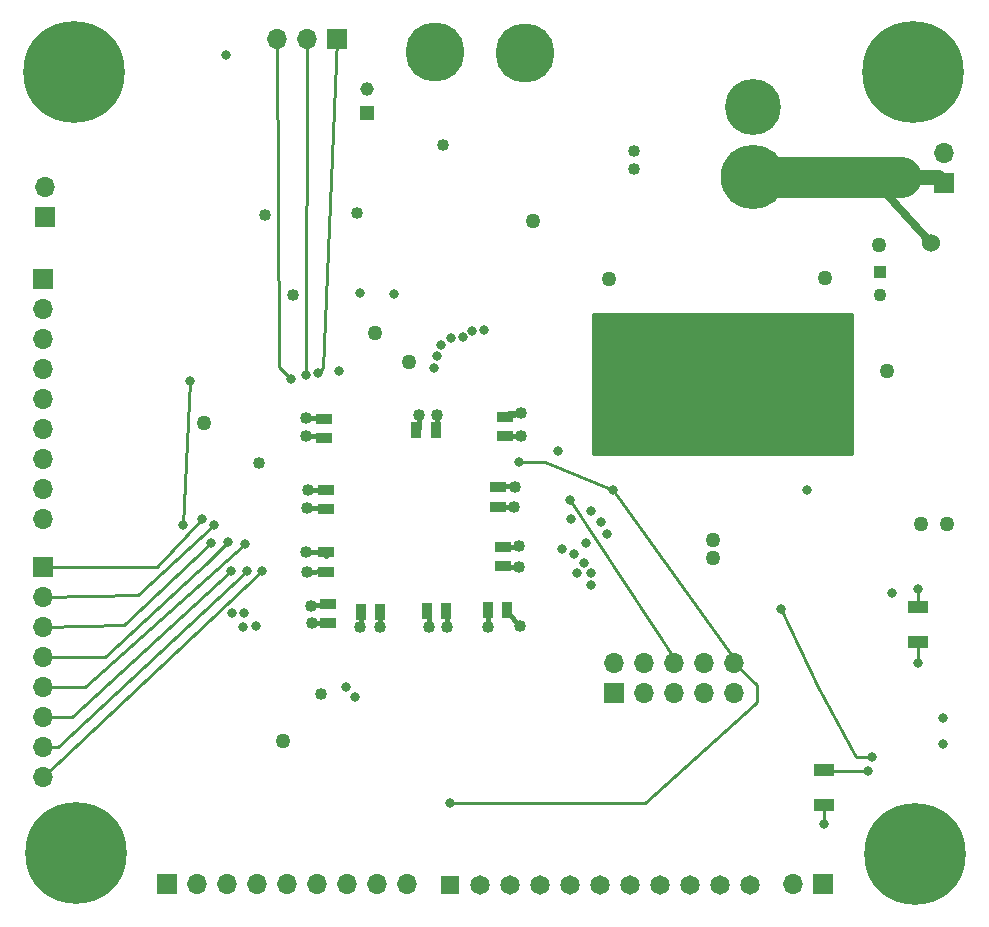
<source format=gbr>
G04 #@! TF.GenerationSoftware,KiCad,Pcbnew,(5.1.5)-3*
G04 #@! TF.CreationDate,2021-10-21T19:32:50-04:00*
G04 #@! TF.ProjectId,Main_Board,4d61696e-5f42-46f6-9172-642e6b696361,rev?*
G04 #@! TF.SameCoordinates,Original*
G04 #@! TF.FileFunction,Copper,L4,Bot*
G04 #@! TF.FilePolarity,Positive*
%FSLAX46Y46*%
G04 Gerber Fmt 4.6, Leading zero omitted, Abs format (unit mm)*
G04 Created by KiCad (PCBNEW (5.1.5)-3) date 2021-10-21 19:32:50*
%MOMM*%
%LPD*%
G04 APERTURE LIST*
%ADD10C,1.650000*%
%ADD11R,1.650000X1.650000*%
%ADD12O,1.700000X1.700000*%
%ADD13R,1.700000X1.700000*%
%ADD14C,4.740000*%
%ADD15C,5.460000*%
%ADD16R,1.390000X0.910000*%
%ADD17R,1.100000X1.100000*%
%ADD18C,1.100000*%
%ADD19C,8.600000*%
%ADD20C,0.900000*%
%ADD21R,0.910000X1.390000*%
%ADD22C,5.000000*%
%ADD23R,1.150000X1.150000*%
%ADD24C,1.150000*%
%ADD25R,1.700000X1.100000*%
%ADD26C,1.270000*%
%ADD27C,1.016000*%
%ADD28C,0.800000*%
%ADD29C,1.524000*%
%ADD30C,0.381000*%
%ADD31C,0.635000*%
%ADD32C,3.500000*%
%ADD33C,1.270000*%
%ADD34C,0.250000*%
%ADD35C,0.254000*%
G04 APERTURE END LIST*
D10*
X147955000Y-98361500D03*
X145415000Y-98361500D03*
X142875000Y-98361500D03*
X140335000Y-98361500D03*
X137795000Y-98361500D03*
X135255000Y-98361500D03*
X132715000Y-98361500D03*
X130175000Y-98361500D03*
X127635000Y-98361500D03*
X125095000Y-98361500D03*
D11*
X122555000Y-98361500D03*
D12*
X88265000Y-39306500D03*
D13*
X88265000Y-41846500D03*
D14*
X148209000Y-32481000D03*
D15*
X148209000Y-38481000D03*
D16*
X111874300Y-60586200D03*
X111874300Y-58946200D03*
D17*
X158940500Y-46456600D03*
D18*
X158940500Y-48456600D03*
D19*
X90888820Y-95651320D03*
D20*
X94113820Y-95651320D03*
X93169239Y-97931739D03*
X90888820Y-98876320D03*
X88608401Y-97931739D03*
X87663820Y-95651320D03*
X88608401Y-93370901D03*
X90888820Y-92426320D03*
X93169239Y-93370901D03*
X164202879Y-93495361D03*
X161922460Y-92550780D03*
X159642041Y-93495361D03*
X158697460Y-95775780D03*
X159642041Y-98056199D03*
X161922460Y-99000780D03*
X164202879Y-98056199D03*
X165147460Y-95775780D03*
D19*
X161922460Y-95775780D03*
X90761820Y-29583380D03*
D20*
X93986820Y-29583380D03*
X93042239Y-31863799D03*
X90761820Y-32808380D03*
X88481401Y-31863799D03*
X87536820Y-29583380D03*
X88481401Y-27302961D03*
X90761820Y-26358380D03*
X93042239Y-27302961D03*
X164075879Y-27302961D03*
X161795460Y-26358380D03*
X159515041Y-27302961D03*
X158570460Y-29583380D03*
X159515041Y-31863799D03*
X161795460Y-32808380D03*
X164075879Y-31863799D03*
X165020460Y-29583380D03*
D19*
X161795460Y-29583380D03*
D16*
X112229900Y-76207200D03*
X112229900Y-74567200D03*
D21*
X114991300Y-75234800D03*
X116631300Y-75234800D03*
X122270100Y-75184000D03*
X120630100Y-75184000D03*
X125760900Y-75107800D03*
X127400900Y-75107800D03*
D16*
X127088900Y-69766600D03*
X127088900Y-71406600D03*
X126606300Y-66359200D03*
X126606300Y-64719200D03*
X127215900Y-60408400D03*
X127215900Y-58768400D03*
D21*
X119715700Y-59893200D03*
X121355700Y-59893200D03*
D16*
X112026700Y-70223800D03*
X112026700Y-71863800D03*
X112026700Y-64915200D03*
X112026700Y-66555200D03*
D22*
X121290080Y-27881580D03*
X128879600Y-27914600D03*
D13*
X88143080Y-47058580D03*
D12*
X88143080Y-49598580D03*
X88143080Y-52138580D03*
X88143080Y-54678580D03*
X88143080Y-57218580D03*
X88143080Y-59758580D03*
X88143080Y-62298580D03*
X88143080Y-64838580D03*
X88143080Y-67378580D03*
X118935500Y-98298000D03*
X116395500Y-98298000D03*
X113855500Y-98298000D03*
X111315500Y-98298000D03*
X108775500Y-98298000D03*
X106235500Y-98298000D03*
X103695500Y-98298000D03*
X101155500Y-98298000D03*
D13*
X98615500Y-98298000D03*
X88143080Y-71442580D03*
D12*
X88143080Y-73982580D03*
X88143080Y-76522580D03*
X88143080Y-79062580D03*
X88143080Y-81602580D03*
X88143080Y-84142580D03*
X88143080Y-86682580D03*
X88143080Y-89222580D03*
D13*
X113035080Y-26738580D03*
D12*
X110495080Y-26738580D03*
X107955080Y-26738580D03*
D23*
X115575080Y-33020000D03*
D24*
X115575080Y-31020000D03*
D13*
X164414200Y-38989000D03*
D12*
X164414200Y-36449000D03*
D13*
X136474200Y-82143600D03*
D12*
X136474200Y-79603600D03*
X139014200Y-82143600D03*
X139014200Y-79603600D03*
X141554200Y-82143600D03*
X141554200Y-79603600D03*
X144094200Y-82143600D03*
X144094200Y-79603600D03*
X146634200Y-82143600D03*
X146634200Y-79603600D03*
D25*
X162179000Y-74877000D03*
X162179000Y-77777000D03*
X154203400Y-88694600D03*
X154203400Y-91594600D03*
D13*
X154114500Y-98298000D03*
D12*
X151574500Y-98298000D03*
D26*
X144830800Y-69215000D03*
X164647880Y-67810380D03*
X101762560Y-59242960D03*
D27*
X128435100Y-71450200D03*
X110502700Y-64922400D03*
X121424700Y-58597800D03*
X128562100Y-60401200D03*
X110401100Y-70180200D03*
X120764300Y-76530200D03*
X127977900Y-66344800D03*
D28*
X164266880Y-86479380D03*
D26*
X108412280Y-86174580D03*
D28*
X131680660Y-61687000D03*
D26*
X129621280Y-42130980D03*
D28*
X114965480Y-48303180D03*
X117861080Y-48328580D03*
D27*
X138155680Y-36263580D03*
X138155680Y-37787580D03*
X106888280Y-41622980D03*
D26*
X144805400Y-70688200D03*
X162438080Y-67810380D03*
X158907480Y-44213780D03*
X154335480Y-46982380D03*
D27*
X110774480Y-74795380D03*
X114965480Y-76573380D03*
X110350300Y-58826400D03*
D28*
X113131600Y-54851300D03*
D27*
X121945400Y-35737800D03*
D26*
X136017000Y-47040800D03*
D27*
X114706400Y-41452800D03*
X125768100Y-76555600D03*
D26*
X116179600Y-51612800D03*
X119108780Y-54135580D03*
D28*
X103568500Y-28130500D03*
X124464238Y-51444845D03*
X123632412Y-51999886D03*
X121467290Y-53642032D03*
X121188480Y-54602380D03*
D29*
X163314380Y-44010580D03*
D28*
X134498080Y-66743580D03*
X132847080Y-67378580D03*
X135387080Y-67632580D03*
X135895080Y-68648580D03*
X134117080Y-69410580D03*
X132085080Y-69918580D03*
X133100902Y-70393539D03*
X133943379Y-71118529D03*
X133344717Y-71951637D03*
X134498080Y-71950580D03*
X134498080Y-72966580D03*
X114559080Y-82491580D03*
X113797080Y-81602580D03*
X106151387Y-76496887D03*
X105034080Y-76522580D03*
X105165733Y-75384233D03*
X104145080Y-75379580D03*
X121774898Y-52690517D03*
X122636280Y-52087780D03*
X125464077Y-51426769D03*
X151193500Y-56197500D03*
X156273500Y-56197500D03*
X153733500Y-56197500D03*
X153733500Y-53657500D03*
X156273500Y-53657500D03*
X151193500Y-53657500D03*
D27*
X110426500Y-71856600D03*
X110451900Y-66446400D03*
X128536700Y-58445400D03*
X116624100Y-76555600D03*
X122288300Y-76581000D03*
X128435100Y-69697600D03*
X128054100Y-64668400D03*
X119951500Y-58572400D03*
D28*
X164292280Y-84269580D03*
D27*
X106431080Y-62679580D03*
D28*
X152811480Y-64940180D03*
D27*
X111638080Y-82237580D03*
X109301280Y-48404780D03*
D26*
X159542480Y-54856380D03*
D27*
X110850680Y-76192380D03*
X110350300Y-60401200D03*
D28*
X135953500Y-50736500D03*
X138493500Y-50736500D03*
X141033500Y-50736500D03*
X135953500Y-53276500D03*
X138493500Y-53276500D03*
X141033500Y-53276500D03*
X135953500Y-55816500D03*
X138493500Y-55816500D03*
X141033500Y-55816500D03*
X135953500Y-58356500D03*
X138493500Y-58356500D03*
X141033500Y-58356500D03*
X135953500Y-60896500D03*
X138493500Y-60896500D03*
X141033500Y-60896500D03*
X143573500Y-58356500D03*
X146113500Y-58356500D03*
X148653500Y-58356500D03*
X151193500Y-58356500D03*
X153733500Y-58356500D03*
X156273500Y-58356500D03*
X143573500Y-60896500D03*
X146113500Y-60896500D03*
X148653500Y-60896500D03*
X151193500Y-60896500D03*
X153733500Y-60896500D03*
X156273500Y-60896500D03*
D27*
X128511300Y-76428600D03*
D28*
X162204400Y-73329800D03*
X154203400Y-93243400D03*
X160020000Y-73660000D03*
X128376680Y-62603380D03*
X136403080Y-64965580D03*
X122555000Y-91440000D03*
X132694680Y-65752980D03*
X99954080Y-67886580D03*
X100558600Y-55745380D03*
X109143800Y-55549800D03*
X110375700Y-55173880D03*
X111372340Y-55061332D03*
X150571200Y-75057000D03*
X158318200Y-87553800D03*
X101605080Y-67378580D03*
X102611444Y-67876944D03*
X102361959Y-69431614D03*
X103738581Y-69385081D03*
X105183500Y-69560000D03*
X104018080Y-71823580D03*
X105415080Y-71823580D03*
X106685080Y-71823580D03*
X162204400Y-79552800D03*
X157988000Y-88773000D03*
D30*
X121399300Y-59936800D02*
X121355700Y-59893200D01*
X111950500Y-70096800D02*
X112026700Y-70173000D01*
X120764300Y-76530200D02*
X120789700Y-75409800D01*
X127030900Y-71348600D02*
X127088900Y-71406600D01*
X127132500Y-71450200D02*
X127088900Y-71406600D01*
X128435100Y-71450200D02*
X127132500Y-71450200D01*
X127963500Y-66359200D02*
X126606300Y-66359200D01*
X127977900Y-66344800D02*
X127963500Y-66359200D01*
X111772700Y-59105800D02*
X111721900Y-58826400D01*
X111823500Y-58826400D02*
X111772700Y-59105800D01*
X112026700Y-64897000D02*
X112001300Y-65024000D01*
X110502700Y-64922400D02*
X112001300Y-64922400D01*
X111699300Y-70180200D02*
X112026700Y-70507600D01*
X110401100Y-70180200D02*
X111699300Y-70180200D01*
X112247680Y-74592180D02*
X112374680Y-74439780D01*
X110774480Y-74795380D02*
X112247680Y-74592180D01*
X110350300Y-58826400D02*
X111823500Y-58826400D01*
X114991300Y-76547560D02*
X114965480Y-76573380D01*
X114991300Y-75234800D02*
X114991300Y-76547560D01*
X127254000Y-60401200D02*
X128562100Y-60401200D01*
X121424700Y-59824200D02*
X121355700Y-59893200D01*
X121424700Y-58597800D02*
X121424700Y-59824200D01*
X127223100Y-60401200D02*
X127215900Y-60408400D01*
X128562100Y-60401200D02*
X127223100Y-60401200D01*
X125760900Y-75107800D02*
X125760900Y-76548400D01*
X125760900Y-76548400D02*
X125768100Y-76555600D01*
D31*
X163314380Y-44010580D02*
X158978600Y-39319200D01*
D32*
X148209000Y-38481000D02*
X160782000Y-38481000D01*
D33*
X163906200Y-38481000D02*
X164414200Y-38989000D01*
X160782000Y-38481000D02*
X163906200Y-38481000D01*
D30*
X110470100Y-71813000D02*
X110426500Y-71856600D01*
X116598700Y-76530200D02*
X116624100Y-76555600D01*
X122288300Y-76581000D02*
X122288300Y-74930000D01*
X128366100Y-69766600D02*
X128435100Y-69697600D01*
X127088900Y-69766600D02*
X128366100Y-69766600D01*
X127266700Y-64643000D02*
X128054100Y-64668400D01*
X126631700Y-64643000D02*
X127266700Y-64643000D01*
X126250700Y-64668400D02*
X126631700Y-64643000D01*
X111620300Y-60378600D02*
X111597700Y-60401200D01*
X110451900Y-66446400D02*
X111950500Y-66446400D01*
X112026700Y-71813000D02*
X110426500Y-71856600D01*
X112110100Y-71729600D02*
X112026700Y-71813000D01*
X110850680Y-76192380D02*
X112273080Y-76090780D01*
X112273080Y-76090780D02*
X112349280Y-76116180D01*
X111597700Y-60401200D02*
X110350300Y-60401200D01*
X116631300Y-76548400D02*
X116624100Y-76555600D01*
X116631300Y-75234800D02*
X116631300Y-76548400D01*
X127558800Y-58648600D02*
X127203200Y-58699400D01*
X128536700Y-58445400D02*
X127558800Y-58648600D01*
X119951500Y-59657400D02*
X119715700Y-59893200D01*
X119951500Y-58572400D02*
X119951500Y-59657400D01*
X127538900Y-58445400D02*
X127215900Y-58768400D01*
X128536700Y-58445400D02*
X127538900Y-58445400D01*
X127400900Y-75318200D02*
X128511300Y-76428600D01*
X127400900Y-75107800D02*
X127400900Y-75318200D01*
D34*
X162179000Y-73355200D02*
X162204400Y-73329800D01*
X162179000Y-74877000D02*
X162179000Y-73355200D01*
X154203400Y-93116400D02*
X154203400Y-91594600D01*
X154203400Y-93243400D02*
X154203400Y-93116400D01*
X130618082Y-62603380D02*
X128376680Y-62603380D01*
X136403080Y-64965580D02*
X130618082Y-62603380D01*
X136403080Y-64965580D02*
X146944080Y-79697580D01*
X148526500Y-81495900D02*
X146634200Y-79603600D01*
X148526500Y-82931000D02*
X148526500Y-81495900D01*
X148431250Y-83026250D02*
X148526500Y-82931000D01*
X139065000Y-91440000D02*
X148431250Y-83026250D01*
X139065000Y-91440000D02*
X138430000Y-91440000D01*
X138430000Y-91440000D02*
X138747500Y-91440000D01*
X122555000Y-91440000D02*
X138430000Y-91440000D01*
X132694680Y-65752980D02*
X141864080Y-79697580D01*
X88427560Y-67904360D02*
X88122760Y-67599560D01*
X88120220Y-57861200D02*
X88044020Y-57785000D01*
X88196420Y-57937400D02*
X88044020Y-57785000D01*
X99954080Y-67886580D02*
X100558600Y-55745380D01*
X108115100Y-53962346D02*
X107955080Y-26738580D01*
X108115100Y-54521100D02*
X109143800Y-55549800D01*
X108115100Y-53962346D02*
X108115100Y-54521100D01*
X110495080Y-26738580D02*
X110655100Y-26619200D01*
X110375700Y-55173880D02*
X110495080Y-26738580D01*
X113035080Y-26738580D02*
X113195100Y-26619200D01*
X111830101Y-54603571D02*
X113035080Y-26738580D01*
X111372340Y-55061332D02*
X111830101Y-54603571D01*
X156946600Y-87553800D02*
X158318200Y-87553800D01*
X153720800Y-81584800D02*
X156946600Y-87553800D01*
X150571200Y-75057000D02*
X153720800Y-81584800D01*
X97740622Y-71442580D02*
X88143080Y-71442580D01*
X101605080Y-67378580D02*
X97740622Y-71442580D01*
X96144080Y-73855580D02*
X88143080Y-73982580D01*
X102611444Y-67876944D02*
X96144080Y-73855580D01*
X95001080Y-76395580D02*
X88143080Y-76522580D01*
X102361959Y-69431614D02*
X95001080Y-76395580D01*
X93367403Y-79062580D02*
X88143080Y-79062580D01*
X101935082Y-71188580D02*
X101241403Y-71823580D01*
X103738581Y-69385081D02*
X101935082Y-71188580D01*
X101241403Y-71823580D02*
X93367403Y-79062580D01*
X91663690Y-81602580D02*
X88143080Y-81602580D01*
X105183500Y-69560000D02*
X91663690Y-81602580D01*
X90533264Y-84142580D02*
X88143080Y-84142580D01*
X104018080Y-71823580D02*
X90533264Y-84142580D01*
X89401671Y-86682580D02*
X88143080Y-86682580D01*
X105415080Y-71823580D02*
X89401671Y-86682580D01*
X106685080Y-71823580D02*
X88143080Y-89222580D01*
X162204400Y-77802400D02*
X162179000Y-77777000D01*
X162204400Y-79552800D02*
X162204400Y-77802400D01*
X154281800Y-88773000D02*
X154203400Y-88694600D01*
X157988000Y-88773000D02*
X154281800Y-88773000D01*
D35*
G36*
X156616400Y-61874400D02*
G01*
X134645668Y-61874400D01*
X134670533Y-50075920D01*
X152425580Y-50050700D01*
X152426521Y-50050695D01*
X156616400Y-50013725D01*
X156616400Y-61874400D01*
G37*
X156616400Y-61874400D02*
X134645668Y-61874400D01*
X134670533Y-50075920D01*
X152425580Y-50050700D01*
X152426521Y-50050695D01*
X156616400Y-50013725D01*
X156616400Y-61874400D01*
M02*

</source>
